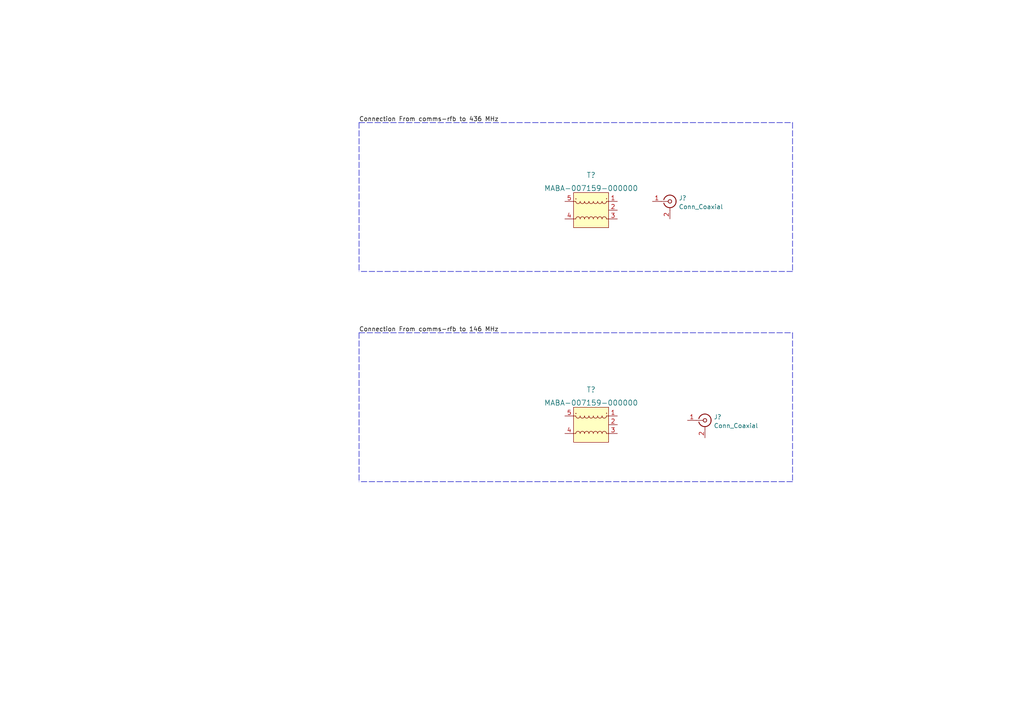
<source format=kicad_sch>
(kicad_sch (version 20211123) (generator eeschema)
  (paper "A4")
  (lib_symbols
    (symbol "Connector:Conn_Coaxial" (pin_names (offset 1.016) hide)
      (property "Reference" "J" (at 0.254 3.048 0))
      (property "Value" "Conn_Coaxial" (at 2.921 0 90))
      (symbol "Conn_Coaxial_0_1"
        (arc (start -1.778 -0.508) (mid 0.2311 -1.8066) (end 1.778 0) (stroke (width 0.254)))
        (polyline (pts (xy -2.54 0) (xy -0.508 0)))
        (polyline (pts (xy 0 -2.54) (xy 0 -1.778)))
        (circle (center 0 0) (radius 0.508) (stroke (width 0.2032)))
        (arc (start 1.778 0) (mid 0.2099 1.8101) (end -1.778 0.508) (stroke (width 0.254)))
      )
      (symbol "Conn_Coaxial_1_1"
        (pin passive line (at -5.08 0 0) (length 2.54) (name "In") (number "1"))
        (pin passive line (at 0 -5.08 90) (length 2.54) (name "Ext") (number "2"))
      )
    )
    (symbol "dk_Balun:MABA-007159-000000" (pin_names (offset 1.016))
      (property "Reference" "T" (at -3.81 6.35 0))
      (property "Value" "MABA-007159-000000" (at 0 -6.35 0))
      (symbol "MABA-007159-000000_0_1"
        (rectangle (start -5.08 5.08) (end 5.08 -5.08) (fill (type background)))
        (arc (start -4.445 2.54) (mid -3.81 1.905) (end -3.175 2.54))
        (circle (center -4.4196 3.2766) (radius 0.0762))
        (arc (start -3.175 -2.54) (mid -3.81 -1.905) (end -4.445 -2.54))
        (arc (start -3.175 2.54) (mid -2.54 1.905) (end -1.905 2.54))
        (arc (start -1.905 -2.54) (mid -2.54 -1.905) (end -3.175 -2.54))
        (arc (start -1.905 2.54) (mid -1.27 1.905) (end -0.635 2.54))
        (arc (start -0.635 -2.54) (mid -1.27 -1.905) (end -1.905 -2.54))
        (arc (start -0.635 2.54) (mid 0 1.905) (end 0.635 2.54))
        (polyline (pts (xy -5.08 -2.54) (xy -4.445 -2.54)))
        (polyline (pts (xy -4.445 2.54) (xy -5.08 2.54)))
        (polyline (pts (xy 4.445 2.54) (xy 5.08 2.54)))
        (polyline (pts (xy 5.08 -2.54) (xy 4.445 -2.54)))
        (arc (start 0.635 -2.54) (mid 0 -1.905) (end -0.635 -2.54))
        (arc (start 0.635 2.54) (mid 1.27 1.905) (end 1.905 2.54))
        (arc (start 1.905 -2.54) (mid 1.27 -1.905) (end 0.635 -2.54))
        (arc (start 1.905 2.54) (mid 2.54 1.905) (end 3.175 2.54))
        (arc (start 3.175 -2.54) (mid 2.54 -1.905) (end 1.905 -2.54))
        (arc (start 3.175 2.54) (mid 3.81 1.905) (end 4.445 2.54))
        (arc (start 4.445 -2.54) (mid 3.81 -1.905) (end 3.175 -2.54))
        (circle (center 4.4958 3.3274) (radius 0.0762))
      )
      (symbol "MABA-007159-000000_1_0"
        (pin unspecified line (at 7.62 0 180) (length 2.54) (name "~") (number "2"))
      )
      (symbol "MABA-007159-000000_1_1"
        (pin passive line (at 7.62 2.54 180) (length 2.54) (name "~") (number "1"))
        (pin passive line (at 7.62 -2.54 180) (length 2.54) (name "~") (number "3"))
        (pin passive line (at -7.62 -2.54 0) (length 2.54) (name "~") (number "4"))
        (pin passive line (at -7.62 2.54 0) (length 2.54) (name "~") (number "5"))
      )
    )
  )
  (polyline (pts (xy 104.14 96.52) (xy 229.87 96.52)))
  (polyline (pts (xy 104.14 35.56) (xy 229.87 35.56)))
  (polyline (pts (xy 229.87 78.74) (xy 104.14 78.74)))
  (polyline (pts (xy 104.14 35.56) (xy 104.14 78.74)))
  (polyline (pts (xy 104.14 96.52) (xy 104.14 139.7)))
  (polyline (pts (xy 229.87 139.7) (xy 104.14 139.7)))
  (polyline (pts (xy 229.87 96.52) (xy 229.87 139.7)))
  (polyline (pts (xy 229.87 35.56) (xy 229.87 78.74)))
  (label "Connection From comms-rfb to 146 MHz" (at 104.14 96.52 0))
  (label "Connection From comms-rfb to 436 MHz" (at 104.14 35.56 0))
  (symbol (lib_id "Connector:Conn_Coaxial") (at 194.31 58.42 0) (unit 1)
    (property "Reference" "J?" (at 196.85 57.4431 0) (effects (justify left)))
    (property "Value" "Conn_Coaxial" (at 196.85 59.9831 0) (effects (justify left)))
    (property "Datasheet" " ~" (effects hide))
  )
  (symbol (lib_id "dk_Balun:MABA-007159-000000") (at 171.45 60.96 0) (unit 1)
    (property "Reference" "T?" (at 171.45 50.8 0) (effects (font (size 1.524 1.524))))
    (property "Value" "MABA-007159-000000" (at 171.45 54.61 0) (effects (font (size 1.524 1.524))))
    (property "Footprint" "digikey-footprints:SMD-5-6_3.83x2.79mm" (effects hide))
    (property "Datasheet" "http://cdn.macom.com/datasheets/MABA-007159-000000.pdf" (effects hide))
    (property "Digi-Key_PN" "1465-1302-1-ND" (effects hide))
    (property "MPN" "MABA-007159-000000" (effects hide))
    (property "Category" "RF/IF and RFID" (effects hide))
    (property "Family" "Balun" (effects hide))
    (property "DK_Datasheet_Link" "http://cdn.macom.com/datasheets/MABA-007159-000000.pdf" (effects hide))
    (property "DK_Detail_Page" "/product-detail/en/m-a-com-technology-solutions/MABA-007159-000000/1465-1302-1-ND/4429999" (effects hide))
    (property "Description" "BALUN 4.5MHZ-3GHZ 1:1 6SMD FLAT" (effects hide))
    (property "Manufacturer" "M/A-Com Technology Solutions" (effects hide))
    (property "Status" "Active" (effects hide))
  )
  (symbol (lib_id "dk_Balun:MABA-007159-000000") (at 171.45 123.19 0) (unit 1)
    (property "Reference" "T?" (at 171.45 113.03 0) (effects (font (size 1.524 1.524))))
    (property "Value" "MABA-007159-000000" (at 171.45 116.84 0) (effects (font (size 1.524 1.524))))
    (property "Footprint" "digikey-footprints:SMD-5-6_3.83x2.79mm" (effects hide))
    (property "Datasheet" "http://cdn.macom.com/datasheets/MABA-007159-000000.pdf" (effects hide))
    (property "Digi-Key_PN" "1465-1302-1-ND" (effects hide))
    (property "MPN" "MABA-007159-000000" (effects hide))
    (property "Category" "RF/IF and RFID" (effects hide))
    (property "Family" "Balun" (effects hide))
    (property "DK_Datasheet_Link" "http://cdn.macom.com/datasheets/MABA-007159-000000.pdf" (effects hide))
    (property "DK_Detail_Page" "/product-detail/en/m-a-com-technology-solutions/MABA-007159-000000/1465-1302-1-ND/4429999" (effects hide))
    (property "Description" "BALUN 4.5MHZ-3GHZ 1:1 6SMD FLAT" (effects hide))
    (property "Manufacturer" "M/A-Com Technology Solutions" (effects hide))
    (property "Status" "Active" (effects hide))
  )
  (symbol (lib_id "Connector:Conn_Coaxial") (at 204.47 121.92 0) (unit 1)
    (property "Reference" "J?" (at 207.01 120.9431 0) (effects (justify left)))
    (property "Value" "Conn_Coaxial" (at 207.01 123.4831 0) (effects (justify left)))
    (property "Datasheet" " ~" (effects hide))
  )
)
</source>
